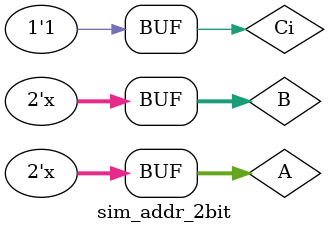
<source format=v>
module sim_addr_2bit;
	reg [1:0] A,B;
	reg Ci;
	wire [1:0] S;
	wire Co;
	initial begin
	 A=2'b00;
	 B=4'b00;
	 Ci=1;
	end
	always  begin
		#10 A=A+1'b1;
		#20 B=B+1'b1;
	end
	addr_2bit T(S,Co,A,B,Ci);
endmodule
</source>
